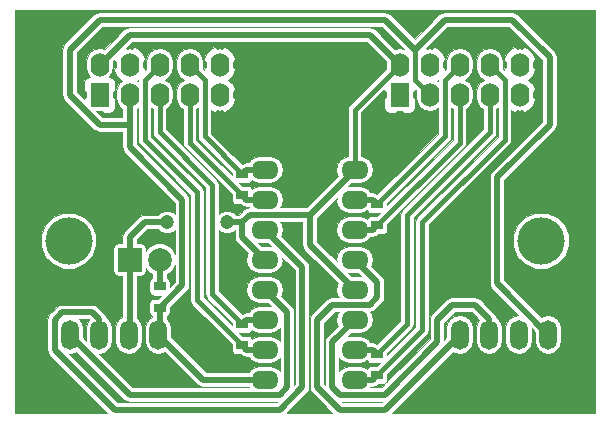
<source format=gbr>
G04 #@! TF.FileFunction,Copper,L2,Bot,Signal*
%FSLAX46Y46*%
G04 Gerber Fmt 4.6, Leading zero omitted, Abs format (unit mm)*
G04 Created by KiCad (PCBNEW 4.0.4-stable) date 12/06/16 17:01:12*
%MOMM*%
%LPD*%
G01*
G04 APERTURE LIST*
%ADD10C,0.100000*%
%ADD11R,2.000000X2.000000*%
%ADD12C,2.000000*%
%ADD13O,1.500000X2.500000*%
%ADD14R,1.000000X0.800000*%
%ADD15O,2.300000X1.600000*%
%ADD16R,1.600000X2.000000*%
%ADD17O,1.600000X2.000000*%
%ADD18C,4.000000*%
%ADD19C,1.200000*%
%ADD20C,0.500000*%
%ADD21C,0.400000*%
%ADD22C,0.026000*%
G04 APERTURE END LIST*
D10*
D11*
X10160000Y-21590000D03*
D12*
X12700000Y-21590000D03*
D13*
X5080000Y-27940000D03*
X7580000Y-27940000D03*
X10080000Y-27940000D03*
X12580000Y-27940000D03*
X38100000Y-27940000D03*
X40600000Y-27940000D03*
X43100000Y-27940000D03*
X45600000Y-27940000D03*
D14*
X12700000Y-23865000D03*
X12700000Y-25665000D03*
D15*
X21590000Y-13970000D03*
X21590000Y-16510000D03*
X21590000Y-19050000D03*
X21590000Y-21590000D03*
X21590000Y-24130000D03*
X21590000Y-26670000D03*
X21590000Y-29210000D03*
X21590000Y-31750000D03*
X29210000Y-31750000D03*
X29210000Y-29210000D03*
X29210000Y-26670000D03*
X29210000Y-24130000D03*
X29210000Y-21590000D03*
X29210000Y-19050000D03*
X29210000Y-16510000D03*
X29210000Y-13970000D03*
D14*
X19685000Y-14340000D03*
X19685000Y-16140000D03*
X19685000Y-28840000D03*
X19685000Y-27040000D03*
X31115000Y-31380000D03*
X31115000Y-29580000D03*
X31115000Y-16880000D03*
X31115000Y-18680000D03*
D16*
X7620000Y-7620000D03*
D17*
X7620000Y-5080000D03*
X10160000Y-7620000D03*
X10160000Y-5080000D03*
X12700000Y-7620000D03*
X12700000Y-5080000D03*
X15240000Y-7620000D03*
X15240000Y-5080000D03*
X17780000Y-7620000D03*
X17780000Y-5080000D03*
D16*
X33020000Y-7620000D03*
D17*
X33020000Y-5080000D03*
X35560000Y-7620000D03*
X35560000Y-5080000D03*
X38100000Y-7620000D03*
X38100000Y-5080000D03*
X40640000Y-7620000D03*
X40640000Y-5080000D03*
X43180000Y-7620000D03*
X43180000Y-5080000D03*
D18*
X5000000Y-20000000D03*
X45000000Y-20000000D03*
D19*
X18415000Y-18415000D03*
X13335000Y-18415000D03*
D20*
X7620000Y-5080000D02*
X10160000Y-2540000D01*
X30480000Y-2540000D02*
X33020000Y-5080000D01*
X10160000Y-2540000D02*
X30480000Y-2540000D01*
D21*
X33020000Y-5080000D02*
X29210000Y-8890000D01*
X29210000Y-8890000D02*
X29210000Y-13970000D01*
D20*
X10160000Y-21590000D02*
X10160000Y-19685000D01*
X11430000Y-18415000D02*
X13335000Y-18415000D01*
X10160000Y-19685000D02*
X11430000Y-18415000D01*
X10160000Y-21590000D02*
X10160000Y-27860000D01*
X10160000Y-27860000D02*
X10080000Y-27940000D01*
X19685000Y-18415000D02*
X18415000Y-18415000D01*
X29210000Y-24130000D02*
X25400000Y-20320000D01*
X25400000Y-17780000D02*
X25400000Y-20320000D01*
X21590000Y-21590000D02*
X19685000Y-19685000D01*
X20320000Y-17780000D02*
X25400000Y-17780000D01*
X19685000Y-18415000D02*
X20320000Y-17780000D01*
X19685000Y-19685000D02*
X19685000Y-18415000D01*
X29210000Y-13970000D02*
X25400000Y-17780000D01*
X12700000Y-21590000D02*
X12700000Y-23865000D01*
D21*
X35560000Y-7620000D02*
X34290000Y-6350000D01*
X34290000Y-6350000D02*
X34290000Y-3810000D01*
D20*
X10160000Y-10160000D02*
X7620000Y-10160000D01*
X5080000Y-3810000D02*
X7620000Y-1270000D01*
X7620000Y-1270000D02*
X31750000Y-1270000D01*
X5080000Y-7620000D02*
X7620000Y-10160000D01*
X31750000Y-1270000D02*
X34290000Y-3810000D01*
X5080000Y-7620000D02*
X5080000Y-3810000D01*
X10160000Y-7620000D02*
X10160000Y-10160000D01*
X10160000Y-10160000D02*
X10160000Y-12065000D01*
X10160000Y-12065000D02*
X14605000Y-16510000D01*
X14605000Y-16510000D02*
X14605000Y-23760000D01*
X14605000Y-23760000D02*
X12700000Y-25665000D01*
X12700000Y-25665000D02*
X12700000Y-27820000D01*
X12700000Y-27820000D02*
X12580000Y-27940000D01*
X45600000Y-27940000D02*
X41275000Y-23615000D01*
X41275000Y-23615000D02*
X41275000Y-14605000D01*
X41275000Y-14605000D02*
X45720000Y-10160000D01*
X45720000Y-10160000D02*
X45720000Y-4445000D01*
X45720000Y-4445000D02*
X42545000Y-1270000D01*
X42545000Y-1270000D02*
X36830000Y-1270000D01*
X36830000Y-1270000D02*
X34290000Y-3810000D01*
X12580000Y-27940000D02*
X16390000Y-31750000D01*
X16390000Y-31750000D02*
X21590000Y-31750000D01*
X10160000Y-8890000D02*
X10160000Y-7620000D01*
D21*
X15240000Y-5080000D02*
X16510000Y-6350000D01*
X16510000Y-11165000D02*
X19685000Y-14340000D01*
X16510000Y-6350000D02*
X16510000Y-11165000D01*
D20*
X21590000Y-13970000D02*
X20055000Y-13970000D01*
X20055000Y-13970000D02*
X19685000Y-14340000D01*
D21*
X19685000Y-16140000D02*
X15240000Y-11695000D01*
X15240000Y-11695000D02*
X15240000Y-7620000D01*
D20*
X21590000Y-16510000D02*
X20055000Y-16510000D01*
X20055000Y-16510000D02*
X19685000Y-16140000D01*
D21*
X19685000Y-28840000D02*
X15875000Y-25030000D01*
X11430000Y-6350000D02*
X12700000Y-5080000D01*
X11430000Y-11430000D02*
X11430000Y-6350000D01*
X15875000Y-15875000D02*
X11430000Y-11430000D01*
X15875000Y-25030000D02*
X15875000Y-15875000D01*
D20*
X21590000Y-29210000D02*
X20055000Y-29210000D01*
X20055000Y-29210000D02*
X19685000Y-28840000D01*
D21*
X12700000Y-7620000D02*
X12700000Y-10795000D01*
X17145000Y-24500000D02*
X19685000Y-27040000D01*
X17145000Y-15240000D02*
X17145000Y-24500000D01*
X12700000Y-10795000D02*
X17145000Y-15240000D01*
D20*
X21590000Y-26670000D02*
X20055000Y-26670000D01*
X20055000Y-26670000D02*
X19685000Y-27040000D01*
D21*
X40640000Y-5080000D02*
X41910000Y-6350000D01*
X34925000Y-27570000D02*
X31115000Y-31380000D01*
X34925000Y-18415000D02*
X34925000Y-27570000D01*
X41910000Y-11430000D02*
X34925000Y-18415000D01*
X41910000Y-6350000D02*
X41910000Y-11430000D01*
D20*
X29210000Y-31750000D02*
X30745000Y-31750000D01*
X30745000Y-31750000D02*
X31115000Y-31380000D01*
D21*
X31115000Y-29580000D02*
X33655000Y-27040000D01*
X40640000Y-10795000D02*
X40640000Y-7620000D01*
X33655000Y-17780000D02*
X40640000Y-10795000D01*
X33655000Y-27040000D02*
X33655000Y-17780000D01*
D20*
X29210000Y-29210000D02*
X30745000Y-29210000D01*
X30745000Y-29210000D02*
X31115000Y-29580000D01*
D21*
X31115000Y-16880000D02*
X36830000Y-11165000D01*
X36830000Y-6350000D02*
X38100000Y-5080000D01*
X36830000Y-11165000D02*
X36830000Y-6350000D01*
D20*
X29210000Y-16510000D02*
X30745000Y-16510000D01*
X30745000Y-16510000D02*
X31115000Y-16880000D01*
D21*
X38100000Y-7620000D02*
X38100000Y-11695000D01*
X38100000Y-11695000D02*
X31115000Y-18680000D01*
D20*
X29210000Y-19050000D02*
X30745000Y-19050000D01*
X30745000Y-19050000D02*
X31115000Y-18680000D01*
X23495000Y-32385000D02*
X22860000Y-33020000D01*
X10160000Y-33020000D02*
X5080000Y-27940000D01*
X22860000Y-33020000D02*
X10160000Y-33020000D01*
X21590000Y-24130000D02*
X23495000Y-26035000D01*
X23495000Y-26035000D02*
X23495000Y-32385000D01*
X21590000Y-19050000D02*
X24765000Y-22225000D01*
X24765000Y-22225000D02*
X24765000Y-24765000D01*
X24765000Y-32385000D02*
X22860000Y-34290000D01*
X24765000Y-24765000D02*
X24765000Y-32385000D01*
X22860000Y-34290000D02*
X8890000Y-34290000D01*
X8890000Y-34290000D02*
X3810000Y-29210000D01*
X3810000Y-29210000D02*
X3810000Y-26670000D01*
X3810000Y-26670000D02*
X4445000Y-26035000D01*
X4445000Y-26035000D02*
X6985000Y-26035000D01*
X6985000Y-26035000D02*
X7580000Y-26630000D01*
X7580000Y-26630000D02*
X7580000Y-27940000D01*
X29210000Y-21590000D02*
X31115000Y-23495000D01*
X31115000Y-23495000D02*
X31115000Y-24765000D01*
X31115000Y-24765000D02*
X30480000Y-25400000D01*
X30480000Y-25400000D02*
X27305000Y-25400000D01*
X27305000Y-25400000D02*
X26035000Y-26670000D01*
X26035000Y-32385000D02*
X27940000Y-34290000D01*
X26035000Y-26670000D02*
X26035000Y-32385000D01*
X31750000Y-34290000D02*
X38100000Y-27940000D01*
X31750000Y-34290000D02*
X27940000Y-34290000D01*
X27305000Y-32385000D02*
X27940000Y-33020000D01*
X27305000Y-28575000D02*
X27305000Y-32385000D01*
X29210000Y-26670000D02*
X27305000Y-28575000D01*
X40600000Y-26630000D02*
X40600000Y-27940000D01*
X39370000Y-25400000D02*
X40600000Y-26630000D01*
X37465000Y-25400000D02*
X39370000Y-25400000D01*
X36195000Y-26670000D02*
X37465000Y-25400000D01*
X36195000Y-28575000D02*
X36195000Y-26670000D01*
X31750000Y-33020000D02*
X36195000Y-28575000D01*
X27940000Y-33020000D02*
X31750000Y-33020000D01*
D22*
G36*
X49562000Y-34562000D02*
X32344912Y-34562000D01*
X37513995Y-29392918D01*
X37674073Y-29499879D01*
X38100000Y-29584601D01*
X38525927Y-29499879D01*
X38887010Y-29258611D01*
X39128278Y-28897528D01*
X39213000Y-28471601D01*
X39213000Y-27408399D01*
X39128278Y-26982472D01*
X38887010Y-26621389D01*
X38525927Y-26380121D01*
X38100000Y-26295399D01*
X37674073Y-26380121D01*
X37312990Y-26621389D01*
X37071722Y-26982472D01*
X36987000Y-27408399D01*
X36987000Y-28186087D01*
X36808000Y-28365087D01*
X36808000Y-26923912D01*
X37718913Y-26013000D01*
X39116088Y-26013000D01*
X39777536Y-26674449D01*
X39571722Y-26982472D01*
X39487000Y-27408399D01*
X39487000Y-28471601D01*
X39571722Y-28897528D01*
X39812990Y-29258611D01*
X40174073Y-29499879D01*
X40600000Y-29584601D01*
X41025927Y-29499879D01*
X41387010Y-29258611D01*
X41628278Y-28897528D01*
X41713000Y-28471601D01*
X41713000Y-27408399D01*
X41628278Y-26982472D01*
X41387010Y-26621389D01*
X41184352Y-26485977D01*
X41166338Y-26395415D01*
X41101948Y-26299049D01*
X41033457Y-26196544D01*
X39803456Y-24966544D01*
X39604585Y-24833662D01*
X39370000Y-24787000D01*
X37465000Y-24787000D01*
X37230415Y-24833662D01*
X37031543Y-24966544D01*
X35761545Y-26236543D01*
X35761544Y-26236544D01*
X35628662Y-26435415D01*
X35582000Y-26670000D01*
X35582000Y-28321087D01*
X31906026Y-31997061D01*
X31955951Y-31923994D01*
X31985111Y-31780000D01*
X31985111Y-31306091D01*
X35323101Y-27968101D01*
X35327178Y-27962000D01*
X35445144Y-27785451D01*
X35488000Y-27570000D01*
X35488000Y-18648202D01*
X42308101Y-11828101D01*
X42397036Y-11695000D01*
X42430144Y-11645451D01*
X42473000Y-11430000D01*
X42473000Y-8927447D01*
X42738785Y-9065139D01*
X42939000Y-8986107D01*
X42939000Y-8961765D01*
X43180000Y-9009703D01*
X43421000Y-8961765D01*
X43421000Y-8986107D01*
X43621215Y-9065139D01*
X43921095Y-8909784D01*
X44281725Y-8543224D01*
X44474627Y-8066560D01*
X44367008Y-7861000D01*
X44340156Y-7861000D01*
X44343000Y-7846703D01*
X44343000Y-7393297D01*
X44340156Y-7379000D01*
X44367008Y-7379000D01*
X44474627Y-7173440D01*
X44281725Y-6696776D01*
X43940559Y-6350000D01*
X44281725Y-6003224D01*
X44474627Y-5526560D01*
X44367008Y-5321000D01*
X44340156Y-5321000D01*
X44343000Y-5306703D01*
X44343000Y-4853297D01*
X44340156Y-4839000D01*
X44367008Y-4839000D01*
X44474627Y-4633440D01*
X44281725Y-4156776D01*
X43921095Y-3790216D01*
X43621215Y-3634861D01*
X43421000Y-3713893D01*
X43421000Y-3738235D01*
X43180000Y-3690297D01*
X42939000Y-3738235D01*
X42939000Y-3713893D01*
X42738785Y-3634861D01*
X42438905Y-3790216D01*
X42078275Y-4156776D01*
X41885373Y-4633440D01*
X41992992Y-4839000D01*
X42019844Y-4839000D01*
X42017000Y-4853297D01*
X42017000Y-5306703D01*
X42019844Y-5321000D01*
X41992992Y-5321000D01*
X41885373Y-5526560D01*
X41887148Y-5530946D01*
X41779757Y-5423555D01*
X41803000Y-5306703D01*
X41803000Y-4853297D01*
X41714472Y-4408236D01*
X41462365Y-4030932D01*
X41085061Y-3778825D01*
X40640000Y-3690297D01*
X40194939Y-3778825D01*
X39817635Y-4030932D01*
X39565528Y-4408236D01*
X39477000Y-4853297D01*
X39477000Y-5306703D01*
X39565528Y-5751764D01*
X39817635Y-6129068D01*
X40148282Y-6350000D01*
X39817635Y-6570932D01*
X39565528Y-6948236D01*
X39477000Y-7393297D01*
X39477000Y-7846703D01*
X39565528Y-8291764D01*
X39817635Y-8669068D01*
X40077000Y-8842371D01*
X40077000Y-10561798D01*
X33256899Y-17381899D01*
X33134856Y-17564549D01*
X33092000Y-17780000D01*
X33092000Y-26806798D01*
X31144765Y-28754033D01*
X30979585Y-28643662D01*
X30745000Y-28597000D01*
X30551900Y-28597000D01*
X30412006Y-28387635D01*
X30034702Y-28135528D01*
X29589641Y-28047000D01*
X28830359Y-28047000D01*
X28667522Y-28079390D01*
X28913913Y-27833000D01*
X29589641Y-27833000D01*
X30034702Y-27744472D01*
X30412006Y-27492365D01*
X30664113Y-27115061D01*
X30752641Y-26670000D01*
X30664113Y-26224939D01*
X30517514Y-26005538D01*
X30714585Y-25966338D01*
X30913456Y-25833456D01*
X31548457Y-25198456D01*
X31681338Y-24999585D01*
X31728000Y-24765000D01*
X31728000Y-23495000D01*
X31681338Y-23260415D01*
X31570737Y-23094889D01*
X31548457Y-23061544D01*
X30607180Y-22120267D01*
X30664113Y-22035061D01*
X30752641Y-21590000D01*
X30664113Y-21144939D01*
X30412006Y-20767635D01*
X30034702Y-20515528D01*
X29589641Y-20427000D01*
X28830359Y-20427000D01*
X28385298Y-20515528D01*
X28007994Y-20767635D01*
X27755887Y-21144939D01*
X27667359Y-21590000D01*
X27699749Y-21752837D01*
X26013000Y-20066088D01*
X26013000Y-18033912D01*
X27699749Y-16347163D01*
X27667359Y-16510000D01*
X27755887Y-16955061D01*
X28007994Y-17332365D01*
X28385298Y-17584472D01*
X28830359Y-17673000D01*
X29589641Y-17673000D01*
X30034702Y-17584472D01*
X30275869Y-17423329D01*
X30349702Y-17538068D01*
X30471006Y-17620951D01*
X30615000Y-17650111D01*
X31348687Y-17650111D01*
X31088909Y-17909889D01*
X30615000Y-17909889D01*
X30480480Y-17935201D01*
X30356932Y-18014702D01*
X30274308Y-18135628D01*
X30034702Y-17975528D01*
X29589641Y-17887000D01*
X28830359Y-17887000D01*
X28385298Y-17975528D01*
X28007994Y-18227635D01*
X27755887Y-18604939D01*
X27667359Y-19050000D01*
X27755887Y-19495061D01*
X28007994Y-19872365D01*
X28385298Y-20124472D01*
X28830359Y-20213000D01*
X29589641Y-20213000D01*
X30034702Y-20124472D01*
X30412006Y-19872365D01*
X30551900Y-19663000D01*
X30745000Y-19663000D01*
X30979585Y-19616338D01*
X31178456Y-19483456D01*
X31211801Y-19450111D01*
X31615000Y-19450111D01*
X31749520Y-19424799D01*
X31873068Y-19345298D01*
X31955951Y-19223994D01*
X31985111Y-19080000D01*
X31985111Y-18606091D01*
X38498101Y-12093101D01*
X38620144Y-11910451D01*
X38663000Y-11695000D01*
X38663000Y-8842371D01*
X38922365Y-8669068D01*
X39174472Y-8291764D01*
X39263000Y-7846703D01*
X39263000Y-7393297D01*
X39174472Y-6948236D01*
X38922365Y-6570932D01*
X38591718Y-6350000D01*
X38922365Y-6129068D01*
X39174472Y-5751764D01*
X39263000Y-5306703D01*
X39263000Y-4853297D01*
X39174472Y-4408236D01*
X38922365Y-4030932D01*
X38545061Y-3778825D01*
X38100000Y-3690297D01*
X37654939Y-3778825D01*
X37277635Y-4030932D01*
X37025528Y-4408236D01*
X36937000Y-4853297D01*
X36937000Y-5306703D01*
X36960243Y-5423555D01*
X36852852Y-5530946D01*
X36854627Y-5526560D01*
X36747008Y-5321000D01*
X36720156Y-5321000D01*
X36723000Y-5306703D01*
X36723000Y-4853297D01*
X36720156Y-4839000D01*
X36747008Y-4839000D01*
X36854627Y-4633440D01*
X36661725Y-4156776D01*
X36301095Y-3790216D01*
X36001215Y-3634861D01*
X35801000Y-3713893D01*
X35801000Y-3738235D01*
X35560000Y-3690297D01*
X35319000Y-3738235D01*
X35319000Y-3713893D01*
X35271693Y-3695219D01*
X37083913Y-1883000D01*
X42291088Y-1883000D01*
X45107000Y-4698912D01*
X45107000Y-9906087D01*
X40841544Y-14171544D01*
X40708662Y-14370415D01*
X40662000Y-14605000D01*
X40662000Y-23615000D01*
X40708662Y-23849585D01*
X40841544Y-24048456D01*
X43090397Y-26297309D01*
X42674073Y-26380121D01*
X42312990Y-26621389D01*
X42071722Y-26982472D01*
X41987000Y-27408399D01*
X41987000Y-28471601D01*
X42071722Y-28897528D01*
X42312990Y-29258611D01*
X42674073Y-29499879D01*
X43100000Y-29584601D01*
X43525927Y-29499879D01*
X43887010Y-29258611D01*
X44128278Y-28897528D01*
X44213000Y-28471601D01*
X44213000Y-27419913D01*
X44487000Y-27693913D01*
X44487000Y-28471601D01*
X44571722Y-28897528D01*
X44812990Y-29258611D01*
X45174073Y-29499879D01*
X45600000Y-29584601D01*
X46025927Y-29499879D01*
X46387010Y-29258611D01*
X46628278Y-28897528D01*
X46713000Y-28471601D01*
X46713000Y-27408399D01*
X46628278Y-26982472D01*
X46387010Y-26621389D01*
X46025927Y-26380121D01*
X45600000Y-26295399D01*
X45174073Y-26380121D01*
X45013995Y-26487082D01*
X41888000Y-23361088D01*
X41888000Y-20467968D01*
X42636591Y-20467968D01*
X42995578Y-21336783D01*
X43659720Y-22002086D01*
X44527908Y-22362589D01*
X45467968Y-22363409D01*
X46336783Y-22004422D01*
X47002086Y-21340280D01*
X47362589Y-20472092D01*
X47363409Y-19532032D01*
X47004422Y-18663217D01*
X46340280Y-17997914D01*
X45472092Y-17637411D01*
X44532032Y-17636591D01*
X43663217Y-17995578D01*
X42997914Y-18659720D01*
X42637411Y-19527908D01*
X42636591Y-20467968D01*
X41888000Y-20467968D01*
X41888000Y-14858912D01*
X46153456Y-10593457D01*
X46286338Y-10394585D01*
X46286338Y-10394584D01*
X46333000Y-10160000D01*
X46333000Y-4445000D01*
X46286338Y-4210415D01*
X46153456Y-4011544D01*
X42978456Y-836544D01*
X42779585Y-703662D01*
X42545000Y-657000D01*
X36830000Y-657000D01*
X36595415Y-703662D01*
X36396543Y-836544D01*
X34290000Y-2943087D01*
X32183456Y-836544D01*
X31984585Y-703662D01*
X31750000Y-657000D01*
X7620000Y-657000D01*
X7385415Y-703662D01*
X7186543Y-836544D01*
X4646545Y-3376543D01*
X4646544Y-3376544D01*
X4513662Y-3575415D01*
X4467000Y-3810000D01*
X4467000Y-7620000D01*
X4509856Y-7835450D01*
X4513662Y-7854585D01*
X4646544Y-8053456D01*
X7186543Y-10593456D01*
X7263469Y-10644856D01*
X7385415Y-10726338D01*
X7620000Y-10773000D01*
X9547000Y-10773000D01*
X9547000Y-12065000D01*
X9576866Y-12215144D01*
X9593662Y-12299585D01*
X9726544Y-12498456D01*
X13992000Y-16763913D01*
X13992000Y-17710071D01*
X13881208Y-17599085D01*
X13527393Y-17452168D01*
X13144288Y-17451833D01*
X12790217Y-17598133D01*
X12585994Y-17802000D01*
X11430000Y-17802000D01*
X11195415Y-17848662D01*
X10996543Y-17981544D01*
X9726544Y-19251544D01*
X9593662Y-19450415D01*
X9547000Y-19685000D01*
X9547000Y-20219889D01*
X9160000Y-20219889D01*
X9025480Y-20245201D01*
X8901932Y-20324702D01*
X8819049Y-20446006D01*
X8789889Y-20590000D01*
X8789889Y-22590000D01*
X8815201Y-22724520D01*
X8894702Y-22848068D01*
X9016006Y-22930951D01*
X9160000Y-22960111D01*
X9547000Y-22960111D01*
X9547000Y-26451665D01*
X9292990Y-26621389D01*
X9051722Y-26982472D01*
X8967000Y-27408399D01*
X8967000Y-28471601D01*
X9051722Y-28897528D01*
X9292990Y-29258611D01*
X9654073Y-29499879D01*
X10080000Y-29584601D01*
X10505927Y-29499879D01*
X10867010Y-29258611D01*
X11108278Y-28897528D01*
X11193000Y-28471601D01*
X11193000Y-27408399D01*
X11108278Y-26982472D01*
X10867010Y-26621389D01*
X10773000Y-26558574D01*
X10773000Y-22960111D01*
X11160000Y-22960111D01*
X11294520Y-22934799D01*
X11418068Y-22855298D01*
X11500951Y-22733994D01*
X11530111Y-22590000D01*
X11530111Y-22327864D01*
X11543831Y-22361069D01*
X11926914Y-22744822D01*
X12087000Y-22811295D01*
X12087000Y-23116152D01*
X12065480Y-23120201D01*
X11941932Y-23199702D01*
X11859049Y-23321006D01*
X11829889Y-23465000D01*
X11829889Y-24265000D01*
X11855201Y-24399520D01*
X11934702Y-24523068D01*
X12056006Y-24605951D01*
X12200000Y-24635111D01*
X12862977Y-24635111D01*
X12603199Y-24894889D01*
X12200000Y-24894889D01*
X12065480Y-24920201D01*
X11941932Y-24999702D01*
X11859049Y-25121006D01*
X11829889Y-25265000D01*
X11829889Y-26065000D01*
X11855201Y-26199520D01*
X11934702Y-26323068D01*
X12056006Y-26405951D01*
X12087000Y-26412228D01*
X12087000Y-26424938D01*
X11792990Y-26621389D01*
X11551722Y-26982472D01*
X11467000Y-27408399D01*
X11467000Y-28471601D01*
X11551722Y-28897528D01*
X11792990Y-29258611D01*
X12154073Y-29499879D01*
X12580000Y-29584601D01*
X13005927Y-29499879D01*
X13166006Y-29392918D01*
X15956544Y-32183457D01*
X16155415Y-32316338D01*
X16390000Y-32363000D01*
X20248100Y-32363000D01*
X20277500Y-32407000D01*
X10413913Y-32407000D01*
X7589603Y-29582691D01*
X8005927Y-29499879D01*
X8367010Y-29258611D01*
X8608278Y-28897528D01*
X8693000Y-28471601D01*
X8693000Y-27408399D01*
X8608278Y-26982472D01*
X8367010Y-26621389D01*
X8164352Y-26485977D01*
X8146338Y-26395415D01*
X8062261Y-26269585D01*
X8013456Y-26196543D01*
X7418456Y-25601544D01*
X7219585Y-25468662D01*
X6985000Y-25422000D01*
X4445000Y-25422000D01*
X4210415Y-25468662D01*
X4011544Y-25601543D01*
X3376545Y-26236543D01*
X3376544Y-26236544D01*
X3243662Y-26435415D01*
X3197000Y-26670000D01*
X3197000Y-29210000D01*
X3223936Y-29345415D01*
X3243662Y-29444585D01*
X3376544Y-29643456D01*
X8295087Y-34562000D01*
X438000Y-34562000D01*
X438000Y-20467968D01*
X2636591Y-20467968D01*
X2995578Y-21336783D01*
X3659720Y-22002086D01*
X4527908Y-22362589D01*
X5467968Y-22363409D01*
X6336783Y-22004422D01*
X7002086Y-21340280D01*
X7362589Y-20472092D01*
X7363409Y-19532032D01*
X7004422Y-18663217D01*
X6340280Y-17997914D01*
X5472092Y-17637411D01*
X4532032Y-17636591D01*
X3663217Y-17995578D01*
X2997914Y-18659720D01*
X2637411Y-19527908D01*
X2636591Y-20467968D01*
X438000Y-20467968D01*
X438000Y-438000D01*
X49562000Y-438000D01*
X49562000Y-34562000D01*
X49562000Y-34562000D01*
G37*
X49562000Y-34562000D02*
X32344912Y-34562000D01*
X37513995Y-29392918D01*
X37674073Y-29499879D01*
X38100000Y-29584601D01*
X38525927Y-29499879D01*
X38887010Y-29258611D01*
X39128278Y-28897528D01*
X39213000Y-28471601D01*
X39213000Y-27408399D01*
X39128278Y-26982472D01*
X38887010Y-26621389D01*
X38525927Y-26380121D01*
X38100000Y-26295399D01*
X37674073Y-26380121D01*
X37312990Y-26621389D01*
X37071722Y-26982472D01*
X36987000Y-27408399D01*
X36987000Y-28186087D01*
X36808000Y-28365087D01*
X36808000Y-26923912D01*
X37718913Y-26013000D01*
X39116088Y-26013000D01*
X39777536Y-26674449D01*
X39571722Y-26982472D01*
X39487000Y-27408399D01*
X39487000Y-28471601D01*
X39571722Y-28897528D01*
X39812990Y-29258611D01*
X40174073Y-29499879D01*
X40600000Y-29584601D01*
X41025927Y-29499879D01*
X41387010Y-29258611D01*
X41628278Y-28897528D01*
X41713000Y-28471601D01*
X41713000Y-27408399D01*
X41628278Y-26982472D01*
X41387010Y-26621389D01*
X41184352Y-26485977D01*
X41166338Y-26395415D01*
X41101948Y-26299049D01*
X41033457Y-26196544D01*
X39803456Y-24966544D01*
X39604585Y-24833662D01*
X39370000Y-24787000D01*
X37465000Y-24787000D01*
X37230415Y-24833662D01*
X37031543Y-24966544D01*
X35761545Y-26236543D01*
X35761544Y-26236544D01*
X35628662Y-26435415D01*
X35582000Y-26670000D01*
X35582000Y-28321087D01*
X31906026Y-31997061D01*
X31955951Y-31923994D01*
X31985111Y-31780000D01*
X31985111Y-31306091D01*
X35323101Y-27968101D01*
X35327178Y-27962000D01*
X35445144Y-27785451D01*
X35488000Y-27570000D01*
X35488000Y-18648202D01*
X42308101Y-11828101D01*
X42397036Y-11695000D01*
X42430144Y-11645451D01*
X42473000Y-11430000D01*
X42473000Y-8927447D01*
X42738785Y-9065139D01*
X42939000Y-8986107D01*
X42939000Y-8961765D01*
X43180000Y-9009703D01*
X43421000Y-8961765D01*
X43421000Y-8986107D01*
X43621215Y-9065139D01*
X43921095Y-8909784D01*
X44281725Y-8543224D01*
X44474627Y-8066560D01*
X44367008Y-7861000D01*
X44340156Y-7861000D01*
X44343000Y-7846703D01*
X44343000Y-7393297D01*
X44340156Y-7379000D01*
X44367008Y-7379000D01*
X44474627Y-7173440D01*
X44281725Y-6696776D01*
X43940559Y-6350000D01*
X44281725Y-6003224D01*
X44474627Y-5526560D01*
X44367008Y-5321000D01*
X44340156Y-5321000D01*
X44343000Y-5306703D01*
X44343000Y-4853297D01*
X44340156Y-4839000D01*
X44367008Y-4839000D01*
X44474627Y-4633440D01*
X44281725Y-4156776D01*
X43921095Y-3790216D01*
X43621215Y-3634861D01*
X43421000Y-3713893D01*
X43421000Y-3738235D01*
X43180000Y-3690297D01*
X42939000Y-3738235D01*
X42939000Y-3713893D01*
X42738785Y-3634861D01*
X42438905Y-3790216D01*
X42078275Y-4156776D01*
X41885373Y-4633440D01*
X41992992Y-4839000D01*
X42019844Y-4839000D01*
X42017000Y-4853297D01*
X42017000Y-5306703D01*
X42019844Y-5321000D01*
X41992992Y-5321000D01*
X41885373Y-5526560D01*
X41887148Y-5530946D01*
X41779757Y-5423555D01*
X41803000Y-5306703D01*
X41803000Y-4853297D01*
X41714472Y-4408236D01*
X41462365Y-4030932D01*
X41085061Y-3778825D01*
X40640000Y-3690297D01*
X40194939Y-3778825D01*
X39817635Y-4030932D01*
X39565528Y-4408236D01*
X39477000Y-4853297D01*
X39477000Y-5306703D01*
X39565528Y-5751764D01*
X39817635Y-6129068D01*
X40148282Y-6350000D01*
X39817635Y-6570932D01*
X39565528Y-6948236D01*
X39477000Y-7393297D01*
X39477000Y-7846703D01*
X39565528Y-8291764D01*
X39817635Y-8669068D01*
X40077000Y-8842371D01*
X40077000Y-10561798D01*
X33256899Y-17381899D01*
X33134856Y-17564549D01*
X33092000Y-17780000D01*
X33092000Y-26806798D01*
X31144765Y-28754033D01*
X30979585Y-28643662D01*
X30745000Y-28597000D01*
X30551900Y-28597000D01*
X30412006Y-28387635D01*
X30034702Y-28135528D01*
X29589641Y-28047000D01*
X28830359Y-28047000D01*
X28667522Y-28079390D01*
X28913913Y-27833000D01*
X29589641Y-27833000D01*
X30034702Y-27744472D01*
X30412006Y-27492365D01*
X30664113Y-27115061D01*
X30752641Y-26670000D01*
X30664113Y-26224939D01*
X30517514Y-26005538D01*
X30714585Y-25966338D01*
X30913456Y-25833456D01*
X31548457Y-25198456D01*
X31681338Y-24999585D01*
X31728000Y-24765000D01*
X31728000Y-23495000D01*
X31681338Y-23260415D01*
X31570737Y-23094889D01*
X31548457Y-23061544D01*
X30607180Y-22120267D01*
X30664113Y-22035061D01*
X30752641Y-21590000D01*
X30664113Y-21144939D01*
X30412006Y-20767635D01*
X30034702Y-20515528D01*
X29589641Y-20427000D01*
X28830359Y-20427000D01*
X28385298Y-20515528D01*
X28007994Y-20767635D01*
X27755887Y-21144939D01*
X27667359Y-21590000D01*
X27699749Y-21752837D01*
X26013000Y-20066088D01*
X26013000Y-18033912D01*
X27699749Y-16347163D01*
X27667359Y-16510000D01*
X27755887Y-16955061D01*
X28007994Y-17332365D01*
X28385298Y-17584472D01*
X28830359Y-17673000D01*
X29589641Y-17673000D01*
X30034702Y-17584472D01*
X30275869Y-17423329D01*
X30349702Y-17538068D01*
X30471006Y-17620951D01*
X30615000Y-17650111D01*
X31348687Y-17650111D01*
X31088909Y-17909889D01*
X30615000Y-17909889D01*
X30480480Y-17935201D01*
X30356932Y-18014702D01*
X30274308Y-18135628D01*
X30034702Y-17975528D01*
X29589641Y-17887000D01*
X28830359Y-17887000D01*
X28385298Y-17975528D01*
X28007994Y-18227635D01*
X27755887Y-18604939D01*
X27667359Y-19050000D01*
X27755887Y-19495061D01*
X28007994Y-19872365D01*
X28385298Y-20124472D01*
X28830359Y-20213000D01*
X29589641Y-20213000D01*
X30034702Y-20124472D01*
X30412006Y-19872365D01*
X30551900Y-19663000D01*
X30745000Y-19663000D01*
X30979585Y-19616338D01*
X31178456Y-19483456D01*
X31211801Y-19450111D01*
X31615000Y-19450111D01*
X31749520Y-19424799D01*
X31873068Y-19345298D01*
X31955951Y-19223994D01*
X31985111Y-19080000D01*
X31985111Y-18606091D01*
X38498101Y-12093101D01*
X38620144Y-11910451D01*
X38663000Y-11695000D01*
X38663000Y-8842371D01*
X38922365Y-8669068D01*
X39174472Y-8291764D01*
X39263000Y-7846703D01*
X39263000Y-7393297D01*
X39174472Y-6948236D01*
X38922365Y-6570932D01*
X38591718Y-6350000D01*
X38922365Y-6129068D01*
X39174472Y-5751764D01*
X39263000Y-5306703D01*
X39263000Y-4853297D01*
X39174472Y-4408236D01*
X38922365Y-4030932D01*
X38545061Y-3778825D01*
X38100000Y-3690297D01*
X37654939Y-3778825D01*
X37277635Y-4030932D01*
X37025528Y-4408236D01*
X36937000Y-4853297D01*
X36937000Y-5306703D01*
X36960243Y-5423555D01*
X36852852Y-5530946D01*
X36854627Y-5526560D01*
X36747008Y-5321000D01*
X36720156Y-5321000D01*
X36723000Y-5306703D01*
X36723000Y-4853297D01*
X36720156Y-4839000D01*
X36747008Y-4839000D01*
X36854627Y-4633440D01*
X36661725Y-4156776D01*
X36301095Y-3790216D01*
X36001215Y-3634861D01*
X35801000Y-3713893D01*
X35801000Y-3738235D01*
X35560000Y-3690297D01*
X35319000Y-3738235D01*
X35319000Y-3713893D01*
X35271693Y-3695219D01*
X37083913Y-1883000D01*
X42291088Y-1883000D01*
X45107000Y-4698912D01*
X45107000Y-9906087D01*
X40841544Y-14171544D01*
X40708662Y-14370415D01*
X40662000Y-14605000D01*
X40662000Y-23615000D01*
X40708662Y-23849585D01*
X40841544Y-24048456D01*
X43090397Y-26297309D01*
X42674073Y-26380121D01*
X42312990Y-26621389D01*
X42071722Y-26982472D01*
X41987000Y-27408399D01*
X41987000Y-28471601D01*
X42071722Y-28897528D01*
X42312990Y-29258611D01*
X42674073Y-29499879D01*
X43100000Y-29584601D01*
X43525927Y-29499879D01*
X43887010Y-29258611D01*
X44128278Y-28897528D01*
X44213000Y-28471601D01*
X44213000Y-27419913D01*
X44487000Y-27693913D01*
X44487000Y-28471601D01*
X44571722Y-28897528D01*
X44812990Y-29258611D01*
X45174073Y-29499879D01*
X45600000Y-29584601D01*
X46025927Y-29499879D01*
X46387010Y-29258611D01*
X46628278Y-28897528D01*
X46713000Y-28471601D01*
X46713000Y-27408399D01*
X46628278Y-26982472D01*
X46387010Y-26621389D01*
X46025927Y-26380121D01*
X45600000Y-26295399D01*
X45174073Y-26380121D01*
X45013995Y-26487082D01*
X41888000Y-23361088D01*
X41888000Y-20467968D01*
X42636591Y-20467968D01*
X42995578Y-21336783D01*
X43659720Y-22002086D01*
X44527908Y-22362589D01*
X45467968Y-22363409D01*
X46336783Y-22004422D01*
X47002086Y-21340280D01*
X47362589Y-20472092D01*
X47363409Y-19532032D01*
X47004422Y-18663217D01*
X46340280Y-17997914D01*
X45472092Y-17637411D01*
X44532032Y-17636591D01*
X43663217Y-17995578D01*
X42997914Y-18659720D01*
X42637411Y-19527908D01*
X42636591Y-20467968D01*
X41888000Y-20467968D01*
X41888000Y-14858912D01*
X46153456Y-10593457D01*
X46286338Y-10394585D01*
X46286338Y-10394584D01*
X46333000Y-10160000D01*
X46333000Y-4445000D01*
X46286338Y-4210415D01*
X46153456Y-4011544D01*
X42978456Y-836544D01*
X42779585Y-703662D01*
X42545000Y-657000D01*
X36830000Y-657000D01*
X36595415Y-703662D01*
X36396543Y-836544D01*
X34290000Y-2943087D01*
X32183456Y-836544D01*
X31984585Y-703662D01*
X31750000Y-657000D01*
X7620000Y-657000D01*
X7385415Y-703662D01*
X7186543Y-836544D01*
X4646545Y-3376543D01*
X4646544Y-3376544D01*
X4513662Y-3575415D01*
X4467000Y-3810000D01*
X4467000Y-7620000D01*
X4509856Y-7835450D01*
X4513662Y-7854585D01*
X4646544Y-8053456D01*
X7186543Y-10593456D01*
X7263469Y-10644856D01*
X7385415Y-10726338D01*
X7620000Y-10773000D01*
X9547000Y-10773000D01*
X9547000Y-12065000D01*
X9576866Y-12215144D01*
X9593662Y-12299585D01*
X9726544Y-12498456D01*
X13992000Y-16763913D01*
X13992000Y-17710071D01*
X13881208Y-17599085D01*
X13527393Y-17452168D01*
X13144288Y-17451833D01*
X12790217Y-17598133D01*
X12585994Y-17802000D01*
X11430000Y-17802000D01*
X11195415Y-17848662D01*
X10996543Y-17981544D01*
X9726544Y-19251544D01*
X9593662Y-19450415D01*
X9547000Y-19685000D01*
X9547000Y-20219889D01*
X9160000Y-20219889D01*
X9025480Y-20245201D01*
X8901932Y-20324702D01*
X8819049Y-20446006D01*
X8789889Y-20590000D01*
X8789889Y-22590000D01*
X8815201Y-22724520D01*
X8894702Y-22848068D01*
X9016006Y-22930951D01*
X9160000Y-22960111D01*
X9547000Y-22960111D01*
X9547000Y-26451665D01*
X9292990Y-26621389D01*
X9051722Y-26982472D01*
X8967000Y-27408399D01*
X8967000Y-28471601D01*
X9051722Y-28897528D01*
X9292990Y-29258611D01*
X9654073Y-29499879D01*
X10080000Y-29584601D01*
X10505927Y-29499879D01*
X10867010Y-29258611D01*
X11108278Y-28897528D01*
X11193000Y-28471601D01*
X11193000Y-27408399D01*
X11108278Y-26982472D01*
X10867010Y-26621389D01*
X10773000Y-26558574D01*
X10773000Y-22960111D01*
X11160000Y-22960111D01*
X11294520Y-22934799D01*
X11418068Y-22855298D01*
X11500951Y-22733994D01*
X11530111Y-22590000D01*
X11530111Y-22327864D01*
X11543831Y-22361069D01*
X11926914Y-22744822D01*
X12087000Y-22811295D01*
X12087000Y-23116152D01*
X12065480Y-23120201D01*
X11941932Y-23199702D01*
X11859049Y-23321006D01*
X11829889Y-23465000D01*
X11829889Y-24265000D01*
X11855201Y-24399520D01*
X11934702Y-24523068D01*
X12056006Y-24605951D01*
X12200000Y-24635111D01*
X12862977Y-24635111D01*
X12603199Y-24894889D01*
X12200000Y-24894889D01*
X12065480Y-24920201D01*
X11941932Y-24999702D01*
X11859049Y-25121006D01*
X11829889Y-25265000D01*
X11829889Y-26065000D01*
X11855201Y-26199520D01*
X11934702Y-26323068D01*
X12056006Y-26405951D01*
X12087000Y-26412228D01*
X12087000Y-26424938D01*
X11792990Y-26621389D01*
X11551722Y-26982472D01*
X11467000Y-27408399D01*
X11467000Y-28471601D01*
X11551722Y-28897528D01*
X11792990Y-29258611D01*
X12154073Y-29499879D01*
X12580000Y-29584601D01*
X13005927Y-29499879D01*
X13166006Y-29392918D01*
X15956544Y-32183457D01*
X16155415Y-32316338D01*
X16390000Y-32363000D01*
X20248100Y-32363000D01*
X20277500Y-32407000D01*
X10413913Y-32407000D01*
X7589603Y-29582691D01*
X8005927Y-29499879D01*
X8367010Y-29258611D01*
X8608278Y-28897528D01*
X8693000Y-28471601D01*
X8693000Y-27408399D01*
X8608278Y-26982472D01*
X8367010Y-26621389D01*
X8164352Y-26485977D01*
X8146338Y-26395415D01*
X8062261Y-26269585D01*
X8013456Y-26196543D01*
X7418456Y-25601544D01*
X7219585Y-25468662D01*
X6985000Y-25422000D01*
X4445000Y-25422000D01*
X4210415Y-25468662D01*
X4011544Y-25601543D01*
X3376545Y-26236543D01*
X3376544Y-26236544D01*
X3243662Y-26435415D01*
X3197000Y-26670000D01*
X3197000Y-29210000D01*
X3223936Y-29345415D01*
X3243662Y-29444585D01*
X3376544Y-29643456D01*
X8295087Y-34562000D01*
X438000Y-34562000D01*
X438000Y-20467968D01*
X2636591Y-20467968D01*
X2995578Y-21336783D01*
X3659720Y-22002086D01*
X4527908Y-22362589D01*
X5467968Y-22363409D01*
X6336783Y-22004422D01*
X7002086Y-21340280D01*
X7362589Y-20472092D01*
X7363409Y-19532032D01*
X7004422Y-18663217D01*
X6340280Y-17997914D01*
X5472092Y-17637411D01*
X4532032Y-17636591D01*
X3663217Y-17995578D01*
X2997914Y-18659720D01*
X2637411Y-19527908D01*
X2636591Y-20467968D01*
X438000Y-20467968D01*
X438000Y-438000D01*
X49562000Y-438000D01*
X49562000Y-34562000D01*
G36*
X24787000Y-20320000D02*
X24813949Y-20455480D01*
X24833662Y-20554585D01*
X24966544Y-20753456D01*
X27812820Y-23599733D01*
X27755887Y-23684939D01*
X27667359Y-24130000D01*
X27755887Y-24575061D01*
X27897500Y-24787000D01*
X27305000Y-24787000D01*
X27070415Y-24833662D01*
X26871543Y-24966544D01*
X25601545Y-26236543D01*
X25601544Y-26236544D01*
X25468662Y-26435415D01*
X25422000Y-26670000D01*
X25422000Y-32385000D01*
X25462090Y-32586544D01*
X25468662Y-32619585D01*
X25601544Y-32818456D01*
X27345087Y-34562000D01*
X23454912Y-34562000D01*
X25198457Y-32818456D01*
X25331338Y-32619585D01*
X25337910Y-32586544D01*
X25378000Y-32385000D01*
X25378000Y-22225000D01*
X25331338Y-21990415D01*
X25198456Y-21791544D01*
X22987180Y-19580268D01*
X23044113Y-19495061D01*
X23132641Y-19050000D01*
X23044113Y-18604939D01*
X22902500Y-18393000D01*
X24787000Y-18393000D01*
X24787000Y-20320000D01*
X24787000Y-20320000D01*
G37*
X24787000Y-20320000D02*
X24813949Y-20455480D01*
X24833662Y-20554585D01*
X24966544Y-20753456D01*
X27812820Y-23599733D01*
X27755887Y-23684939D01*
X27667359Y-24130000D01*
X27755887Y-24575061D01*
X27897500Y-24787000D01*
X27305000Y-24787000D01*
X27070415Y-24833662D01*
X26871543Y-24966544D01*
X25601545Y-26236543D01*
X25601544Y-26236544D01*
X25468662Y-26435415D01*
X25422000Y-26670000D01*
X25422000Y-32385000D01*
X25462090Y-32586544D01*
X25468662Y-32619585D01*
X25601544Y-32818456D01*
X27345087Y-34562000D01*
X23454912Y-34562000D01*
X25198457Y-32818456D01*
X25331338Y-32619585D01*
X25337910Y-32586544D01*
X25378000Y-32385000D01*
X25378000Y-22225000D01*
X25331338Y-21990415D01*
X25198456Y-21791544D01*
X22987180Y-19580268D01*
X23044113Y-19495061D01*
X23132641Y-19050000D01*
X23044113Y-18604939D01*
X22902500Y-18393000D01*
X24787000Y-18393000D01*
X24787000Y-20320000D01*
G36*
X9726544Y-33453457D02*
X9925415Y-33586338D01*
X10160000Y-33633000D01*
X22650088Y-33633000D01*
X22606088Y-33677000D01*
X9143913Y-33677000D01*
X5044440Y-29577528D01*
X5080000Y-29584601D01*
X5505927Y-29499879D01*
X5666006Y-29392918D01*
X9726544Y-33453457D01*
X9726544Y-33453457D01*
G37*
X9726544Y-33453457D02*
X9925415Y-33586338D01*
X10160000Y-33633000D01*
X22650088Y-33633000D01*
X22606088Y-33677000D01*
X9143913Y-33677000D01*
X5044440Y-29577528D01*
X5080000Y-29584601D01*
X5505927Y-29499879D01*
X5666006Y-29392918D01*
X9726544Y-33453457D01*
G36*
X31496088Y-33677000D02*
X28193913Y-33677000D01*
X28149913Y-33633000D01*
X31540088Y-33633000D01*
X31496088Y-33677000D01*
X31496088Y-33677000D01*
G37*
X31496088Y-33677000D02*
X28193913Y-33677000D01*
X28149913Y-33633000D01*
X31540088Y-33633000D01*
X31496088Y-33677000D01*
G36*
X31496088Y-32407000D02*
X30522500Y-32407000D01*
X30551900Y-32363000D01*
X30745000Y-32363000D01*
X30979585Y-32316338D01*
X31178456Y-32183456D01*
X31211801Y-32150111D01*
X31615000Y-32150111D01*
X31749520Y-32124799D01*
X31830214Y-32072874D01*
X31496088Y-32407000D01*
X31496088Y-32407000D01*
G37*
X31496088Y-32407000D02*
X30522500Y-32407000D01*
X30551900Y-32363000D01*
X30745000Y-32363000D01*
X30979585Y-32316338D01*
X31178456Y-32183456D01*
X31211801Y-32150111D01*
X31615000Y-32150111D01*
X31749520Y-32124799D01*
X31830214Y-32072874D01*
X31496088Y-32407000D01*
G36*
X27755887Y-26224939D02*
X27667359Y-26670000D01*
X27755887Y-27115061D01*
X27812820Y-27200267D01*
X26871544Y-28141544D01*
X26738662Y-28340415D01*
X26692000Y-28575000D01*
X26692000Y-32175088D01*
X26648000Y-32131088D01*
X26648000Y-26923912D01*
X27558913Y-26013000D01*
X27897500Y-26013000D01*
X27755887Y-26224939D01*
X27755887Y-26224939D01*
G37*
X27755887Y-26224939D02*
X27667359Y-26670000D01*
X27755887Y-27115061D01*
X27812820Y-27200267D01*
X26871544Y-28141544D01*
X26738662Y-28340415D01*
X26692000Y-28575000D01*
X26692000Y-32175088D01*
X26648000Y-32131088D01*
X26648000Y-26923912D01*
X27558913Y-26013000D01*
X27897500Y-26013000D01*
X27755887Y-26224939D01*
G36*
X17868792Y-19230915D02*
X18222607Y-19377832D01*
X18605712Y-19378167D01*
X18959783Y-19231867D01*
X19072000Y-19119846D01*
X19072000Y-19685000D01*
X19112090Y-19886544D01*
X19118662Y-19919585D01*
X19251544Y-20118456D01*
X20192820Y-21059733D01*
X20135887Y-21144939D01*
X20047359Y-21590000D01*
X20135887Y-22035061D01*
X20387994Y-22412365D01*
X20765298Y-22664472D01*
X21210359Y-22753000D01*
X21969641Y-22753000D01*
X22414702Y-22664472D01*
X22792006Y-22412365D01*
X23044113Y-22035061D01*
X23132641Y-21590000D01*
X23100251Y-21427163D01*
X24152000Y-22478912D01*
X24152000Y-32131087D01*
X24108000Y-32175087D01*
X24108000Y-26035000D01*
X24061338Y-25800415D01*
X23928457Y-25601544D01*
X22987180Y-24660267D01*
X23044113Y-24575061D01*
X23132641Y-24130000D01*
X23044113Y-23684939D01*
X22792006Y-23307635D01*
X22414702Y-23055528D01*
X21969641Y-22967000D01*
X21210359Y-22967000D01*
X20765298Y-23055528D01*
X20387994Y-23307635D01*
X20135887Y-23684939D01*
X20047359Y-24130000D01*
X20135887Y-24575061D01*
X20387994Y-24952365D01*
X20765298Y-25204472D01*
X21210359Y-25293000D01*
X21886088Y-25293000D01*
X22132478Y-25539390D01*
X21969641Y-25507000D01*
X21210359Y-25507000D01*
X20765298Y-25595528D01*
X20387994Y-25847635D01*
X20248100Y-26057000D01*
X20055000Y-26057000D01*
X19820415Y-26103662D01*
X19655235Y-26214033D01*
X17708000Y-24266798D01*
X17708000Y-19069842D01*
X17868792Y-19230915D01*
X17868792Y-19230915D01*
G37*
X17868792Y-19230915D02*
X18222607Y-19377832D01*
X18605712Y-19378167D01*
X18959783Y-19231867D01*
X19072000Y-19119846D01*
X19072000Y-19685000D01*
X19112090Y-19886544D01*
X19118662Y-19919585D01*
X19251544Y-20118456D01*
X20192820Y-21059733D01*
X20135887Y-21144939D01*
X20047359Y-21590000D01*
X20135887Y-22035061D01*
X20387994Y-22412365D01*
X20765298Y-22664472D01*
X21210359Y-22753000D01*
X21969641Y-22753000D01*
X22414702Y-22664472D01*
X22792006Y-22412365D01*
X23044113Y-22035061D01*
X23132641Y-21590000D01*
X23100251Y-21427163D01*
X24152000Y-22478912D01*
X24152000Y-32131087D01*
X24108000Y-32175087D01*
X24108000Y-26035000D01*
X24061338Y-25800415D01*
X23928457Y-25601544D01*
X22987180Y-24660267D01*
X23044113Y-24575061D01*
X23132641Y-24130000D01*
X23044113Y-23684939D01*
X22792006Y-23307635D01*
X22414702Y-23055528D01*
X21969641Y-22967000D01*
X21210359Y-22967000D01*
X20765298Y-23055528D01*
X20387994Y-23307635D01*
X20135887Y-23684939D01*
X20047359Y-24130000D01*
X20135887Y-24575061D01*
X20387994Y-24952365D01*
X20765298Y-25204472D01*
X21210359Y-25293000D01*
X21886088Y-25293000D01*
X22132478Y-25539390D01*
X21969641Y-25507000D01*
X21210359Y-25507000D01*
X20765298Y-25595528D01*
X20387994Y-25847635D01*
X20248100Y-26057000D01*
X20055000Y-26057000D01*
X19820415Y-26103662D01*
X19655235Y-26214033D01*
X17708000Y-24266798D01*
X17708000Y-19069842D01*
X17868792Y-19230915D01*
G36*
X10867000Y-11430000D02*
X10909856Y-11645451D01*
X10942964Y-11695000D01*
X11031899Y-11828101D01*
X15312000Y-16108202D01*
X15312000Y-25030000D01*
X15354856Y-25245451D01*
X15472822Y-25422000D01*
X15476899Y-25428101D01*
X18814889Y-28766091D01*
X18814889Y-29240000D01*
X18840201Y-29374520D01*
X18919702Y-29498068D01*
X19041006Y-29580951D01*
X19185000Y-29610111D01*
X19588199Y-29610111D01*
X19621544Y-29643456D01*
X19820415Y-29776338D01*
X20055000Y-29823000D01*
X20248100Y-29823000D01*
X20387994Y-30032365D01*
X20765298Y-30284472D01*
X21210359Y-30373000D01*
X21969641Y-30373000D01*
X22414702Y-30284472D01*
X22792006Y-30032365D01*
X22882000Y-29897680D01*
X22882000Y-31062320D01*
X22792006Y-30927635D01*
X22414702Y-30675528D01*
X21969641Y-30587000D01*
X21210359Y-30587000D01*
X20765298Y-30675528D01*
X20387994Y-30927635D01*
X20248100Y-31137000D01*
X16643913Y-31137000D01*
X13693000Y-28186088D01*
X13693000Y-27408399D01*
X13608278Y-26982472D01*
X13367010Y-26621389D01*
X13313000Y-26585301D01*
X13313000Y-26413848D01*
X13334520Y-26409799D01*
X13458068Y-26330298D01*
X13540951Y-26208994D01*
X13570111Y-26065000D01*
X13570111Y-25661801D01*
X15038457Y-24193456D01*
X15171338Y-23994585D01*
X15182792Y-23937000D01*
X15218000Y-23760000D01*
X15218000Y-16510000D01*
X15171338Y-16275415D01*
X15130771Y-16214702D01*
X15038456Y-16076543D01*
X10773000Y-11811088D01*
X10773000Y-8808962D01*
X10867000Y-8746153D01*
X10867000Y-11430000D01*
X10867000Y-11430000D01*
G37*
X10867000Y-11430000D02*
X10909856Y-11645451D01*
X10942964Y-11695000D01*
X11031899Y-11828101D01*
X15312000Y-16108202D01*
X15312000Y-25030000D01*
X15354856Y-25245451D01*
X15472822Y-25422000D01*
X15476899Y-25428101D01*
X18814889Y-28766091D01*
X18814889Y-29240000D01*
X18840201Y-29374520D01*
X18919702Y-29498068D01*
X19041006Y-29580951D01*
X19185000Y-29610111D01*
X19588199Y-29610111D01*
X19621544Y-29643456D01*
X19820415Y-29776338D01*
X20055000Y-29823000D01*
X20248100Y-29823000D01*
X20387994Y-30032365D01*
X20765298Y-30284472D01*
X21210359Y-30373000D01*
X21969641Y-30373000D01*
X22414702Y-30284472D01*
X22792006Y-30032365D01*
X22882000Y-29897680D01*
X22882000Y-31062320D01*
X22792006Y-30927635D01*
X22414702Y-30675528D01*
X21969641Y-30587000D01*
X21210359Y-30587000D01*
X20765298Y-30675528D01*
X20387994Y-30927635D01*
X20248100Y-31137000D01*
X16643913Y-31137000D01*
X13693000Y-28186088D01*
X13693000Y-27408399D01*
X13608278Y-26982472D01*
X13367010Y-26621389D01*
X13313000Y-26585301D01*
X13313000Y-26413848D01*
X13334520Y-26409799D01*
X13458068Y-26330298D01*
X13540951Y-26208994D01*
X13570111Y-26065000D01*
X13570111Y-25661801D01*
X15038457Y-24193456D01*
X15171338Y-23994585D01*
X15182792Y-23937000D01*
X15218000Y-23760000D01*
X15218000Y-16510000D01*
X15171338Y-16275415D01*
X15130771Y-16214702D01*
X15038456Y-16076543D01*
X10773000Y-11811088D01*
X10773000Y-8808962D01*
X10867000Y-8746153D01*
X10867000Y-11430000D01*
G36*
X28007994Y-30032365D02*
X28385298Y-30284472D01*
X28830359Y-30373000D01*
X29589641Y-30373000D01*
X30034702Y-30284472D01*
X30275869Y-30123329D01*
X30349702Y-30238068D01*
X30471006Y-30320951D01*
X30615000Y-30350111D01*
X31348687Y-30350111D01*
X31088909Y-30609889D01*
X30615000Y-30609889D01*
X30480480Y-30635201D01*
X30356932Y-30714702D01*
X30274308Y-30835628D01*
X30034702Y-30675528D01*
X29589641Y-30587000D01*
X28830359Y-30587000D01*
X28385298Y-30675528D01*
X28007994Y-30927635D01*
X27918000Y-31062320D01*
X27918000Y-29897680D01*
X28007994Y-30032365D01*
X28007994Y-30032365D01*
G37*
X28007994Y-30032365D02*
X28385298Y-30284472D01*
X28830359Y-30373000D01*
X29589641Y-30373000D01*
X30034702Y-30284472D01*
X30275869Y-30123329D01*
X30349702Y-30238068D01*
X30471006Y-30320951D01*
X30615000Y-30350111D01*
X31348687Y-30350111D01*
X31088909Y-30609889D01*
X30615000Y-30609889D01*
X30480480Y-30635201D01*
X30356932Y-30714702D01*
X30274308Y-30835628D01*
X30034702Y-30675528D01*
X29589641Y-30587000D01*
X28830359Y-30587000D01*
X28385298Y-30675528D01*
X28007994Y-30927635D01*
X27918000Y-31062320D01*
X27918000Y-29897680D01*
X28007994Y-30032365D01*
G36*
X41347000Y-11196798D02*
X34526899Y-18016899D01*
X34404856Y-18199549D01*
X34362000Y-18415000D01*
X34362000Y-27336798D01*
X31985111Y-29713687D01*
X31985111Y-29506091D01*
X34053101Y-27438101D01*
X34175144Y-27255451D01*
X34218000Y-27040000D01*
X34218000Y-18013202D01*
X41038101Y-11193101D01*
X41050292Y-11174856D01*
X41160144Y-11010451D01*
X41203000Y-10795000D01*
X41203000Y-8842371D01*
X41347000Y-8746153D01*
X41347000Y-11196798D01*
X41347000Y-11196798D01*
G37*
X41347000Y-11196798D02*
X34526899Y-18016899D01*
X34404856Y-18199549D01*
X34362000Y-18415000D01*
X34362000Y-27336798D01*
X31985111Y-29713687D01*
X31985111Y-29506091D01*
X34053101Y-27438101D01*
X34175144Y-27255451D01*
X34218000Y-27040000D01*
X34218000Y-18013202D01*
X41038101Y-11193101D01*
X41050292Y-11174856D01*
X41160144Y-11010451D01*
X41203000Y-10795000D01*
X41203000Y-8842371D01*
X41347000Y-8746153D01*
X41347000Y-11196798D01*
G36*
X22882000Y-28522320D02*
X22792006Y-28387635D01*
X22414702Y-28135528D01*
X21969641Y-28047000D01*
X21210359Y-28047000D01*
X20765298Y-28135528D01*
X20524131Y-28296671D01*
X20450298Y-28181932D01*
X20328994Y-28099049D01*
X20185000Y-28069889D01*
X19711091Y-28069889D01*
X19451313Y-27810111D01*
X20185000Y-27810111D01*
X20319520Y-27784799D01*
X20443068Y-27705298D01*
X20525692Y-27584372D01*
X20765298Y-27744472D01*
X21210359Y-27833000D01*
X21969641Y-27833000D01*
X22414702Y-27744472D01*
X22792006Y-27492365D01*
X22882000Y-27357680D01*
X22882000Y-28522320D01*
X22882000Y-28522320D01*
G37*
X22882000Y-28522320D02*
X22792006Y-28387635D01*
X22414702Y-28135528D01*
X21969641Y-28047000D01*
X21210359Y-28047000D01*
X20765298Y-28135528D01*
X20524131Y-28296671D01*
X20450298Y-28181932D01*
X20328994Y-28099049D01*
X20185000Y-28069889D01*
X19711091Y-28069889D01*
X19451313Y-27810111D01*
X20185000Y-27810111D01*
X20319520Y-27784799D01*
X20443068Y-27705298D01*
X20525692Y-27584372D01*
X20765298Y-27744472D01*
X21210359Y-27833000D01*
X21969641Y-27833000D01*
X22414702Y-27744472D01*
X22792006Y-27492365D01*
X22882000Y-27357680D01*
X22882000Y-28522320D01*
G36*
X6757537Y-26674449D02*
X6551722Y-26982472D01*
X6467000Y-27408399D01*
X6467000Y-28460088D01*
X6193000Y-28186088D01*
X6193000Y-27408399D01*
X6108278Y-26982472D01*
X5884791Y-26648000D01*
X6731088Y-26648000D01*
X6757537Y-26674449D01*
X6757537Y-26674449D01*
G37*
X6757537Y-26674449D02*
X6551722Y-26982472D01*
X6467000Y-27408399D01*
X6467000Y-28460088D01*
X6193000Y-28186088D01*
X6193000Y-27408399D01*
X6108278Y-26982472D01*
X5884791Y-26648000D01*
X6731088Y-26648000D01*
X6757537Y-26674449D01*
G36*
X12137000Y-8842371D02*
X12137000Y-10795000D01*
X12179856Y-11010451D01*
X12289708Y-11174856D01*
X12301899Y-11193101D01*
X16582000Y-15473202D01*
X16582000Y-24500000D01*
X16624856Y-24715451D01*
X16691072Y-24814550D01*
X16746899Y-24898101D01*
X18814889Y-26966091D01*
X18814889Y-27173687D01*
X16438000Y-24796798D01*
X16438000Y-15875000D01*
X16395144Y-15659549D01*
X16273101Y-15476899D01*
X11993000Y-11196798D01*
X11993000Y-8746153D01*
X12137000Y-8842371D01*
X12137000Y-8842371D01*
G37*
X12137000Y-8842371D02*
X12137000Y-10795000D01*
X12179856Y-11010451D01*
X12289708Y-11174856D01*
X12301899Y-11193101D01*
X16582000Y-15473202D01*
X16582000Y-24500000D01*
X16624856Y-24715451D01*
X16691072Y-24814550D01*
X16746899Y-24898101D01*
X18814889Y-26966091D01*
X18814889Y-27173687D01*
X16438000Y-24796798D01*
X16438000Y-15875000D01*
X16395144Y-15659549D01*
X16273101Y-15476899D01*
X11993000Y-11196798D01*
X11993000Y-8746153D01*
X12137000Y-8842371D01*
G36*
X13992000Y-23506087D02*
X13570111Y-23927976D01*
X13570111Y-23465000D01*
X13544799Y-23330480D01*
X13465298Y-23206932D01*
X13343994Y-23124049D01*
X13313000Y-23117772D01*
X13313000Y-22811482D01*
X13471069Y-22746169D01*
X13854822Y-22363086D01*
X13992000Y-22032724D01*
X13992000Y-23506087D01*
X13992000Y-23506087D01*
G37*
X13992000Y-23506087D02*
X13570111Y-23927976D01*
X13570111Y-23465000D01*
X13544799Y-23330480D01*
X13465298Y-23206932D01*
X13343994Y-23124049D01*
X13313000Y-23117772D01*
X13313000Y-22811482D01*
X13471069Y-22746169D01*
X13854822Y-22363086D01*
X13992000Y-22032724D01*
X13992000Y-23506087D01*
G36*
X28830359Y-22753000D02*
X29506088Y-22753000D01*
X29752478Y-22999390D01*
X29589641Y-22967000D01*
X28913913Y-22967000D01*
X28667523Y-22720610D01*
X28830359Y-22753000D01*
X28830359Y-22753000D01*
G37*
X28830359Y-22753000D02*
X29506088Y-22753000D01*
X29752478Y-22999390D01*
X29589641Y-22967000D01*
X28913913Y-22967000D01*
X28667523Y-22720610D01*
X28830359Y-22753000D01*
G36*
X12788792Y-19230915D02*
X13142607Y-19377832D01*
X13525712Y-19378167D01*
X13879783Y-19231867D01*
X13992000Y-19119846D01*
X13992000Y-21147668D01*
X13856169Y-20818931D01*
X13473086Y-20435178D01*
X12972307Y-20227237D01*
X12430072Y-20226764D01*
X11928931Y-20433831D01*
X11545178Y-20816914D01*
X11530111Y-20853199D01*
X11530111Y-20590000D01*
X11504799Y-20455480D01*
X11425298Y-20331932D01*
X11303994Y-20249049D01*
X11160000Y-20219889D01*
X10773000Y-20219889D01*
X10773000Y-19938912D01*
X11683913Y-19028000D01*
X12586231Y-19028000D01*
X12788792Y-19230915D01*
X12788792Y-19230915D01*
G37*
X12788792Y-19230915D02*
X13142607Y-19377832D01*
X13525712Y-19378167D01*
X13879783Y-19231867D01*
X13992000Y-19119846D01*
X13992000Y-21147668D01*
X13856169Y-20818931D01*
X13473086Y-20435178D01*
X12972307Y-20227237D01*
X12430072Y-20226764D01*
X11928931Y-20433831D01*
X11545178Y-20816914D01*
X11530111Y-20853199D01*
X11530111Y-20590000D01*
X11504799Y-20455480D01*
X11425298Y-20331932D01*
X11303994Y-20249049D01*
X11160000Y-20219889D01*
X10773000Y-20219889D01*
X10773000Y-19938912D01*
X11683913Y-19028000D01*
X12586231Y-19028000D01*
X12788792Y-19230915D01*
G36*
X21210359Y-20213000D02*
X21886088Y-20213000D01*
X22132478Y-20459390D01*
X21969641Y-20427000D01*
X21293913Y-20427000D01*
X21047522Y-20180610D01*
X21210359Y-20213000D01*
X21210359Y-20213000D01*
G37*
X21210359Y-20213000D02*
X21886088Y-20213000D01*
X22132478Y-20459390D01*
X21969641Y-20427000D01*
X21293913Y-20427000D01*
X21047522Y-20180610D01*
X21210359Y-20213000D01*
G36*
X31868512Y-4795424D02*
X31857000Y-4853297D01*
X31857000Y-5306703D01*
X31880243Y-5423555D01*
X28811899Y-8491899D01*
X28689856Y-8674549D01*
X28647000Y-8890000D01*
X28647000Y-12843472D01*
X28385298Y-12895528D01*
X28007994Y-13147635D01*
X27755887Y-13524939D01*
X27667359Y-13970000D01*
X27755887Y-14415061D01*
X27812820Y-14500267D01*
X25146088Y-17167000D01*
X22902500Y-17167000D01*
X23044113Y-16955061D01*
X23132641Y-16510000D01*
X23044113Y-16064939D01*
X22792006Y-15687635D01*
X22414702Y-15435528D01*
X21969641Y-15347000D01*
X21210359Y-15347000D01*
X20765298Y-15435528D01*
X20524131Y-15596671D01*
X20450298Y-15481932D01*
X20328994Y-15399049D01*
X20185000Y-15369889D01*
X19711091Y-15369889D01*
X19451313Y-15110111D01*
X20185000Y-15110111D01*
X20319520Y-15084799D01*
X20443068Y-15005298D01*
X20525692Y-14884372D01*
X20765298Y-15044472D01*
X21210359Y-15133000D01*
X21969641Y-15133000D01*
X22414702Y-15044472D01*
X22792006Y-14792365D01*
X23044113Y-14415061D01*
X23132641Y-13970000D01*
X23044113Y-13524939D01*
X22792006Y-13147635D01*
X22414702Y-12895528D01*
X21969641Y-12807000D01*
X21210359Y-12807000D01*
X20765298Y-12895528D01*
X20387994Y-13147635D01*
X20248100Y-13357000D01*
X20055000Y-13357000D01*
X19820415Y-13403662D01*
X19655235Y-13514033D01*
X17073000Y-10931798D01*
X17073000Y-8927447D01*
X17338785Y-9065139D01*
X17539000Y-8986107D01*
X17539000Y-8961765D01*
X17780000Y-9009703D01*
X18021000Y-8961765D01*
X18021000Y-8986107D01*
X18221215Y-9065139D01*
X18521095Y-8909784D01*
X18881725Y-8543224D01*
X19074627Y-8066560D01*
X18967008Y-7861000D01*
X18940156Y-7861000D01*
X18943000Y-7846703D01*
X18943000Y-7393297D01*
X18940156Y-7379000D01*
X18967008Y-7379000D01*
X19074627Y-7173440D01*
X18881725Y-6696776D01*
X18540559Y-6350000D01*
X18881725Y-6003224D01*
X19074627Y-5526560D01*
X18967008Y-5321000D01*
X18940156Y-5321000D01*
X18943000Y-5306703D01*
X18943000Y-4853297D01*
X18940156Y-4839000D01*
X18967008Y-4839000D01*
X19074627Y-4633440D01*
X18881725Y-4156776D01*
X18521095Y-3790216D01*
X18221215Y-3634861D01*
X18021000Y-3713893D01*
X18021000Y-3738235D01*
X17780000Y-3690297D01*
X17539000Y-3738235D01*
X17539000Y-3713893D01*
X17338785Y-3634861D01*
X17038905Y-3790216D01*
X16678275Y-4156776D01*
X16485373Y-4633440D01*
X16592992Y-4839000D01*
X16619844Y-4839000D01*
X16617000Y-4853297D01*
X16617000Y-5306703D01*
X16619844Y-5321000D01*
X16592992Y-5321000D01*
X16485373Y-5526560D01*
X16487148Y-5530946D01*
X16379757Y-5423555D01*
X16403000Y-5306703D01*
X16403000Y-4853297D01*
X16314472Y-4408236D01*
X16062365Y-4030932D01*
X15685061Y-3778825D01*
X15240000Y-3690297D01*
X14794939Y-3778825D01*
X14417635Y-4030932D01*
X14165528Y-4408236D01*
X14077000Y-4853297D01*
X14077000Y-5306703D01*
X14165528Y-5751764D01*
X14417635Y-6129068D01*
X14748282Y-6350000D01*
X14417635Y-6570932D01*
X14165528Y-6948236D01*
X14077000Y-7393297D01*
X14077000Y-7846703D01*
X14165528Y-8291764D01*
X14417635Y-8669068D01*
X14677000Y-8842371D01*
X14677000Y-11695000D01*
X14719856Y-11910451D01*
X14841899Y-12093101D01*
X18814889Y-16066091D01*
X18814889Y-16540000D01*
X18840201Y-16674520D01*
X18919702Y-16798068D01*
X19041006Y-16880951D01*
X19185000Y-16910111D01*
X19588199Y-16910111D01*
X19621544Y-16943456D01*
X19820415Y-17076338D01*
X20055000Y-17123000D01*
X20248100Y-17123000D01*
X20282486Y-17174462D01*
X20085415Y-17213662D01*
X19886544Y-17346543D01*
X19431088Y-17802000D01*
X19163769Y-17802000D01*
X18961208Y-17599085D01*
X18607393Y-17452168D01*
X18224288Y-17451833D01*
X17870217Y-17598133D01*
X17708000Y-17760067D01*
X17708000Y-15240000D01*
X17665144Y-15024549D01*
X17543101Y-14841899D01*
X13263000Y-10561798D01*
X13263000Y-8842371D01*
X13522365Y-8669068D01*
X13774472Y-8291764D01*
X13863000Y-7846703D01*
X13863000Y-7393297D01*
X13774472Y-6948236D01*
X13522365Y-6570932D01*
X13191718Y-6350000D01*
X13522365Y-6129068D01*
X13774472Y-5751764D01*
X13863000Y-5306703D01*
X13863000Y-4853297D01*
X13774472Y-4408236D01*
X13522365Y-4030932D01*
X13145061Y-3778825D01*
X12700000Y-3690297D01*
X12254939Y-3778825D01*
X11877635Y-4030932D01*
X11625528Y-4408236D01*
X11537000Y-4853297D01*
X11537000Y-5306703D01*
X11560243Y-5423555D01*
X11452852Y-5530946D01*
X11454627Y-5526560D01*
X11347008Y-5321000D01*
X11320156Y-5321000D01*
X11323000Y-5306703D01*
X11323000Y-4853297D01*
X11320156Y-4839000D01*
X11347008Y-4839000D01*
X11454627Y-4633440D01*
X11261725Y-4156776D01*
X10901095Y-3790216D01*
X10601215Y-3634861D01*
X10401000Y-3713893D01*
X10401000Y-3738235D01*
X10160000Y-3690297D01*
X9919000Y-3738235D01*
X9919000Y-3713893D01*
X9871693Y-3695219D01*
X10413913Y-3153000D01*
X30226088Y-3153000D01*
X31868512Y-4795424D01*
X31868512Y-4795424D01*
G37*
X31868512Y-4795424D02*
X31857000Y-4853297D01*
X31857000Y-5306703D01*
X31880243Y-5423555D01*
X28811899Y-8491899D01*
X28689856Y-8674549D01*
X28647000Y-8890000D01*
X28647000Y-12843472D01*
X28385298Y-12895528D01*
X28007994Y-13147635D01*
X27755887Y-13524939D01*
X27667359Y-13970000D01*
X27755887Y-14415061D01*
X27812820Y-14500267D01*
X25146088Y-17167000D01*
X22902500Y-17167000D01*
X23044113Y-16955061D01*
X23132641Y-16510000D01*
X23044113Y-16064939D01*
X22792006Y-15687635D01*
X22414702Y-15435528D01*
X21969641Y-15347000D01*
X21210359Y-15347000D01*
X20765298Y-15435528D01*
X20524131Y-15596671D01*
X20450298Y-15481932D01*
X20328994Y-15399049D01*
X20185000Y-15369889D01*
X19711091Y-15369889D01*
X19451313Y-15110111D01*
X20185000Y-15110111D01*
X20319520Y-15084799D01*
X20443068Y-15005298D01*
X20525692Y-14884372D01*
X20765298Y-15044472D01*
X21210359Y-15133000D01*
X21969641Y-15133000D01*
X22414702Y-15044472D01*
X22792006Y-14792365D01*
X23044113Y-14415061D01*
X23132641Y-13970000D01*
X23044113Y-13524939D01*
X22792006Y-13147635D01*
X22414702Y-12895528D01*
X21969641Y-12807000D01*
X21210359Y-12807000D01*
X20765298Y-12895528D01*
X20387994Y-13147635D01*
X20248100Y-13357000D01*
X20055000Y-13357000D01*
X19820415Y-13403662D01*
X19655235Y-13514033D01*
X17073000Y-10931798D01*
X17073000Y-8927447D01*
X17338785Y-9065139D01*
X17539000Y-8986107D01*
X17539000Y-8961765D01*
X17780000Y-9009703D01*
X18021000Y-8961765D01*
X18021000Y-8986107D01*
X18221215Y-9065139D01*
X18521095Y-8909784D01*
X18881725Y-8543224D01*
X19074627Y-8066560D01*
X18967008Y-7861000D01*
X18940156Y-7861000D01*
X18943000Y-7846703D01*
X18943000Y-7393297D01*
X18940156Y-7379000D01*
X18967008Y-7379000D01*
X19074627Y-7173440D01*
X18881725Y-6696776D01*
X18540559Y-6350000D01*
X18881725Y-6003224D01*
X19074627Y-5526560D01*
X18967008Y-5321000D01*
X18940156Y-5321000D01*
X18943000Y-5306703D01*
X18943000Y-4853297D01*
X18940156Y-4839000D01*
X18967008Y-4839000D01*
X19074627Y-4633440D01*
X18881725Y-4156776D01*
X18521095Y-3790216D01*
X18221215Y-3634861D01*
X18021000Y-3713893D01*
X18021000Y-3738235D01*
X17780000Y-3690297D01*
X17539000Y-3738235D01*
X17539000Y-3713893D01*
X17338785Y-3634861D01*
X17038905Y-3790216D01*
X16678275Y-4156776D01*
X16485373Y-4633440D01*
X16592992Y-4839000D01*
X16619844Y-4839000D01*
X16617000Y-4853297D01*
X16617000Y-5306703D01*
X16619844Y-5321000D01*
X16592992Y-5321000D01*
X16485373Y-5526560D01*
X16487148Y-5530946D01*
X16379757Y-5423555D01*
X16403000Y-5306703D01*
X16403000Y-4853297D01*
X16314472Y-4408236D01*
X16062365Y-4030932D01*
X15685061Y-3778825D01*
X15240000Y-3690297D01*
X14794939Y-3778825D01*
X14417635Y-4030932D01*
X14165528Y-4408236D01*
X14077000Y-4853297D01*
X14077000Y-5306703D01*
X14165528Y-5751764D01*
X14417635Y-6129068D01*
X14748282Y-6350000D01*
X14417635Y-6570932D01*
X14165528Y-6948236D01*
X14077000Y-7393297D01*
X14077000Y-7846703D01*
X14165528Y-8291764D01*
X14417635Y-8669068D01*
X14677000Y-8842371D01*
X14677000Y-11695000D01*
X14719856Y-11910451D01*
X14841899Y-12093101D01*
X18814889Y-16066091D01*
X18814889Y-16540000D01*
X18840201Y-16674520D01*
X18919702Y-16798068D01*
X19041006Y-16880951D01*
X19185000Y-16910111D01*
X19588199Y-16910111D01*
X19621544Y-16943456D01*
X19820415Y-17076338D01*
X20055000Y-17123000D01*
X20248100Y-17123000D01*
X20282486Y-17174462D01*
X20085415Y-17213662D01*
X19886544Y-17346543D01*
X19431088Y-17802000D01*
X19163769Y-17802000D01*
X18961208Y-17599085D01*
X18607393Y-17452168D01*
X18224288Y-17451833D01*
X17870217Y-17598133D01*
X17708000Y-17760067D01*
X17708000Y-15240000D01*
X17665144Y-15024549D01*
X17543101Y-14841899D01*
X13263000Y-10561798D01*
X13263000Y-8842371D01*
X13522365Y-8669068D01*
X13774472Y-8291764D01*
X13863000Y-7846703D01*
X13863000Y-7393297D01*
X13774472Y-6948236D01*
X13522365Y-6570932D01*
X13191718Y-6350000D01*
X13522365Y-6129068D01*
X13774472Y-5751764D01*
X13863000Y-5306703D01*
X13863000Y-4853297D01*
X13774472Y-4408236D01*
X13522365Y-4030932D01*
X13145061Y-3778825D01*
X12700000Y-3690297D01*
X12254939Y-3778825D01*
X11877635Y-4030932D01*
X11625528Y-4408236D01*
X11537000Y-4853297D01*
X11537000Y-5306703D01*
X11560243Y-5423555D01*
X11452852Y-5530946D01*
X11454627Y-5526560D01*
X11347008Y-5321000D01*
X11320156Y-5321000D01*
X11323000Y-5306703D01*
X11323000Y-4853297D01*
X11320156Y-4839000D01*
X11347008Y-4839000D01*
X11454627Y-4633440D01*
X11261725Y-4156776D01*
X10901095Y-3790216D01*
X10601215Y-3634861D01*
X10401000Y-3713893D01*
X10401000Y-3738235D01*
X10160000Y-3690297D01*
X9919000Y-3738235D01*
X9919000Y-3713893D01*
X9871693Y-3695219D01*
X10413913Y-3153000D01*
X30226088Y-3153000D01*
X31868512Y-4795424D01*
G36*
X37537000Y-8842371D02*
X37537000Y-11461798D01*
X31985111Y-17013687D01*
X31985111Y-16806091D01*
X37228101Y-11563101D01*
X37350145Y-11380450D01*
X37393000Y-11165000D01*
X37393000Y-8746153D01*
X37537000Y-8842371D01*
X37537000Y-8842371D01*
G37*
X37537000Y-8842371D02*
X37537000Y-11461798D01*
X31985111Y-17013687D01*
X31985111Y-16806091D01*
X37228101Y-11563101D01*
X37350145Y-11380450D01*
X37393000Y-11165000D01*
X37393000Y-8746153D01*
X37537000Y-8842371D01*
G36*
X34420243Y-7276445D02*
X34397000Y-7393297D01*
X34397000Y-7846703D01*
X34485528Y-8291764D01*
X34737635Y-8669068D01*
X35114939Y-8921175D01*
X35560000Y-9009703D01*
X36005061Y-8921175D01*
X36267000Y-8746153D01*
X36267000Y-10931798D01*
X31144765Y-16054033D01*
X30979585Y-15943662D01*
X30745000Y-15897000D01*
X30551900Y-15897000D01*
X30412006Y-15687635D01*
X30034702Y-15435528D01*
X29589641Y-15347000D01*
X28830359Y-15347000D01*
X28667523Y-15379390D01*
X28913913Y-15133000D01*
X29589641Y-15133000D01*
X30034702Y-15044472D01*
X30412006Y-14792365D01*
X30664113Y-14415061D01*
X30752641Y-13970000D01*
X30664113Y-13524939D01*
X30412006Y-13147635D01*
X30034702Y-12895528D01*
X29773000Y-12843472D01*
X29773000Y-9123202D01*
X31699000Y-7197202D01*
X31699000Y-7248750D01*
X31829250Y-7379000D01*
X31849889Y-7379000D01*
X31849889Y-7861000D01*
X31829250Y-7861000D01*
X31699000Y-7991250D01*
X31699000Y-8723634D01*
X31778318Y-8915123D01*
X31924878Y-9061683D01*
X32116367Y-9141000D01*
X32648750Y-9141000D01*
X32779000Y-9010750D01*
X32779000Y-8990111D01*
X33261000Y-8990111D01*
X33261000Y-9010750D01*
X33391250Y-9141000D01*
X33923633Y-9141000D01*
X34115122Y-9061683D01*
X34261682Y-8915123D01*
X34341000Y-8723634D01*
X34341000Y-7991250D01*
X34210750Y-7861000D01*
X34190111Y-7861000D01*
X34190111Y-7379000D01*
X34210750Y-7379000D01*
X34341000Y-7248750D01*
X34341000Y-7197202D01*
X34420243Y-7276445D01*
X34420243Y-7276445D01*
G37*
X34420243Y-7276445D02*
X34397000Y-7393297D01*
X34397000Y-7846703D01*
X34485528Y-8291764D01*
X34737635Y-8669068D01*
X35114939Y-8921175D01*
X35560000Y-9009703D01*
X36005061Y-8921175D01*
X36267000Y-8746153D01*
X36267000Y-10931798D01*
X31144765Y-16054033D01*
X30979585Y-15943662D01*
X30745000Y-15897000D01*
X30551900Y-15897000D01*
X30412006Y-15687635D01*
X30034702Y-15435528D01*
X29589641Y-15347000D01*
X28830359Y-15347000D01*
X28667523Y-15379390D01*
X28913913Y-15133000D01*
X29589641Y-15133000D01*
X30034702Y-15044472D01*
X30412006Y-14792365D01*
X30664113Y-14415061D01*
X30752641Y-13970000D01*
X30664113Y-13524939D01*
X30412006Y-13147635D01*
X30034702Y-12895528D01*
X29773000Y-12843472D01*
X29773000Y-9123202D01*
X31699000Y-7197202D01*
X31699000Y-7248750D01*
X31829250Y-7379000D01*
X31849889Y-7379000D01*
X31849889Y-7861000D01*
X31829250Y-7861000D01*
X31699000Y-7991250D01*
X31699000Y-8723634D01*
X31778318Y-8915123D01*
X31924878Y-9061683D01*
X32116367Y-9141000D01*
X32648750Y-9141000D01*
X32779000Y-9010750D01*
X32779000Y-8990111D01*
X33261000Y-8990111D01*
X33261000Y-9010750D01*
X33391250Y-9141000D01*
X33923633Y-9141000D01*
X34115122Y-9061683D01*
X34261682Y-8915123D01*
X34341000Y-8723634D01*
X34341000Y-7991250D01*
X34210750Y-7861000D01*
X34190111Y-7861000D01*
X34190111Y-7379000D01*
X34210750Y-7379000D01*
X34341000Y-7248750D01*
X34341000Y-7197202D01*
X34420243Y-7276445D01*
G36*
X15947000Y-11165000D02*
X15989856Y-11380451D01*
X16056072Y-11479550D01*
X16111899Y-11563101D01*
X18814889Y-14266091D01*
X18814889Y-14473687D01*
X15803000Y-11461798D01*
X15803000Y-8842371D01*
X15947000Y-8746153D01*
X15947000Y-11165000D01*
X15947000Y-11165000D01*
G37*
X15947000Y-11165000D02*
X15989856Y-11380451D01*
X16056072Y-11479550D01*
X16111899Y-11563101D01*
X18814889Y-14266091D01*
X18814889Y-14473687D01*
X15803000Y-11461798D01*
X15803000Y-8842371D01*
X15947000Y-8746153D01*
X15947000Y-11165000D01*
G36*
X8972992Y-4839000D02*
X8999844Y-4839000D01*
X8997000Y-4853297D01*
X8997000Y-5306703D01*
X8999844Y-5321000D01*
X8972992Y-5321000D01*
X8865373Y-5526560D01*
X9058275Y-6003224D01*
X9418905Y-6369784D01*
X9542696Y-6433915D01*
X9337635Y-6570932D01*
X9085528Y-6948236D01*
X8997000Y-7393297D01*
X8997000Y-7846703D01*
X9085528Y-8291764D01*
X9337635Y-8669068D01*
X9547000Y-8808962D01*
X9547000Y-9547000D01*
X7873913Y-9547000D01*
X7358331Y-9031419D01*
X7379000Y-9010750D01*
X7379000Y-8990111D01*
X7861000Y-8990111D01*
X7861000Y-9010750D01*
X7991250Y-9141000D01*
X8523633Y-9141000D01*
X8715122Y-9061683D01*
X8861682Y-8915123D01*
X8941000Y-8723634D01*
X8941000Y-7991250D01*
X8810750Y-7861000D01*
X8790111Y-7861000D01*
X8790111Y-7379000D01*
X8810750Y-7379000D01*
X8941000Y-7248750D01*
X8941000Y-6516366D01*
X8861682Y-6324877D01*
X8715122Y-6178317D01*
X8523633Y-6099000D01*
X8462456Y-6099000D01*
X8694472Y-5751764D01*
X8783000Y-5306703D01*
X8783000Y-4853297D01*
X8771488Y-4795424D01*
X8888774Y-4678138D01*
X8972992Y-4839000D01*
X8972992Y-4839000D01*
G37*
X8972992Y-4839000D02*
X8999844Y-4839000D01*
X8997000Y-4853297D01*
X8997000Y-5306703D01*
X8999844Y-5321000D01*
X8972992Y-5321000D01*
X8865373Y-5526560D01*
X9058275Y-6003224D01*
X9418905Y-6369784D01*
X9542696Y-6433915D01*
X9337635Y-6570932D01*
X9085528Y-6948236D01*
X8997000Y-7393297D01*
X8997000Y-7846703D01*
X9085528Y-8291764D01*
X9337635Y-8669068D01*
X9547000Y-8808962D01*
X9547000Y-9547000D01*
X7873913Y-9547000D01*
X7358331Y-9031419D01*
X7379000Y-9010750D01*
X7379000Y-8990111D01*
X7861000Y-8990111D01*
X7861000Y-9010750D01*
X7991250Y-9141000D01*
X8523633Y-9141000D01*
X8715122Y-9061683D01*
X8861682Y-8915123D01*
X8941000Y-8723634D01*
X8941000Y-7991250D01*
X8810750Y-7861000D01*
X8790111Y-7861000D01*
X8790111Y-7379000D01*
X8810750Y-7379000D01*
X8941000Y-7248750D01*
X8941000Y-6516366D01*
X8861682Y-6324877D01*
X8715122Y-6178317D01*
X8523633Y-6099000D01*
X8462456Y-6099000D01*
X8694472Y-5751764D01*
X8783000Y-5306703D01*
X8783000Y-4853297D01*
X8771488Y-4795424D01*
X8888774Y-4678138D01*
X8972992Y-4839000D01*
G36*
X33373749Y-3760662D02*
X33020000Y-3690297D01*
X32583946Y-3777033D01*
X30913456Y-2106544D01*
X30714585Y-1973662D01*
X30480000Y-1927000D01*
X10160000Y-1927000D01*
X9925415Y-1973662D01*
X9726543Y-2106544D01*
X8056054Y-3777033D01*
X7620000Y-3690297D01*
X7174939Y-3778825D01*
X6797635Y-4030932D01*
X6545528Y-4408236D01*
X6457000Y-4853297D01*
X6457000Y-5306703D01*
X6545528Y-5751764D01*
X6777544Y-6099000D01*
X6716367Y-6099000D01*
X6524878Y-6178317D01*
X6378318Y-6324877D01*
X6299000Y-6516366D01*
X6299000Y-7248750D01*
X6429250Y-7379000D01*
X6449889Y-7379000D01*
X6449889Y-7861000D01*
X6429250Y-7861000D01*
X6308581Y-7981669D01*
X5693000Y-7366088D01*
X5693000Y-4063912D01*
X7873913Y-1883000D01*
X31496088Y-1883000D01*
X33373749Y-3760662D01*
X33373749Y-3760662D01*
G37*
X33373749Y-3760662D02*
X33020000Y-3690297D01*
X32583946Y-3777033D01*
X30913456Y-2106544D01*
X30714585Y-1973662D01*
X30480000Y-1927000D01*
X10160000Y-1927000D01*
X9925415Y-1973662D01*
X9726543Y-2106544D01*
X8056054Y-3777033D01*
X7620000Y-3690297D01*
X7174939Y-3778825D01*
X6797635Y-4030932D01*
X6545528Y-4408236D01*
X6457000Y-4853297D01*
X6457000Y-5306703D01*
X6545528Y-5751764D01*
X6777544Y-6099000D01*
X6716367Y-6099000D01*
X6524878Y-6178317D01*
X6378318Y-6324877D01*
X6299000Y-6516366D01*
X6299000Y-7248750D01*
X6429250Y-7379000D01*
X6449889Y-7379000D01*
X6449889Y-7861000D01*
X6429250Y-7861000D01*
X6308581Y-7981669D01*
X5693000Y-7366088D01*
X5693000Y-4063912D01*
X7873913Y-1883000D01*
X31496088Y-1883000D01*
X33373749Y-3760662D01*
G36*
X36267000Y-6493847D02*
X36177304Y-6433915D01*
X36267000Y-6387447D01*
X36267000Y-6493847D01*
X36267000Y-6493847D01*
G37*
X36267000Y-6493847D02*
X36177304Y-6433915D01*
X36267000Y-6387447D01*
X36267000Y-6493847D01*
G36*
X10867000Y-6493847D02*
X10777304Y-6433915D01*
X10867000Y-6387447D01*
X10867000Y-6493847D01*
X10867000Y-6493847D01*
G37*
X10867000Y-6493847D02*
X10777304Y-6433915D01*
X10867000Y-6387447D01*
X10867000Y-6493847D01*
M02*

</source>
